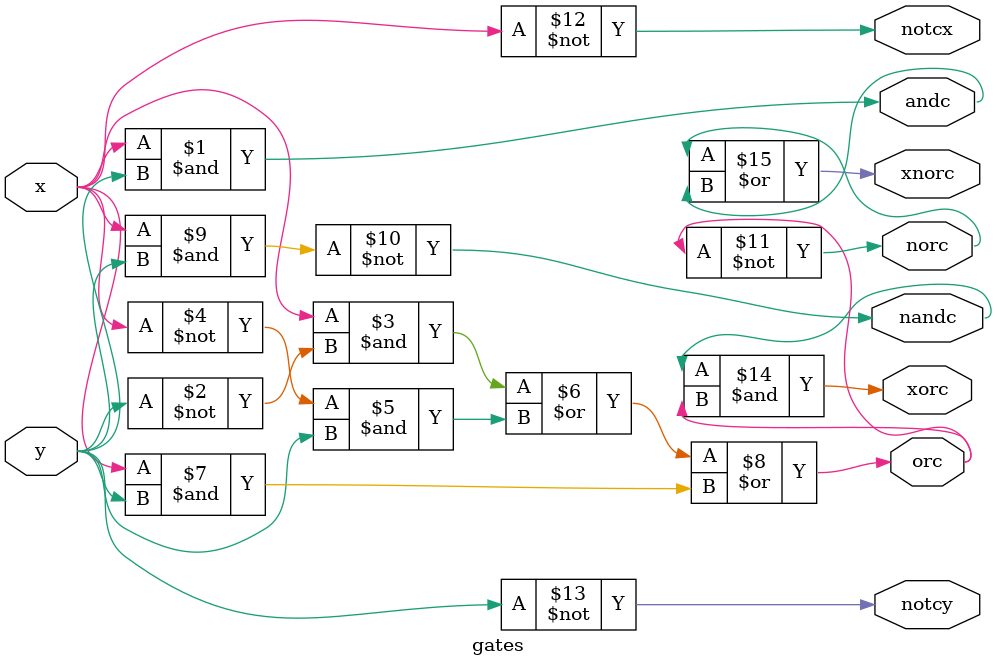
<source format=v>
module gates(
	input x,
	input y,
	output andc,orc,nandc,norc,notcx,notcy,xorc,xnorc
);

assign andc = (x & y);
assign orc = (x & ~y) | (~x & y) | (x & y);
assign nandc = ~(x &y);
assign norc = ~orc;
assign notcx = ~x;
assign notcy = ~y;
assign xorc = nandc & orc;
assign xnorc = norc | andc;
endmodule
</source>
